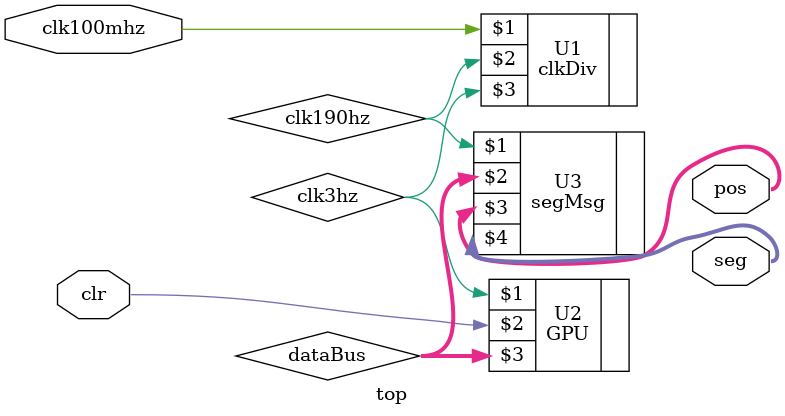
<source format=v>
`timescale 1ns / 1ps

module top(
    input clk100mhz,
    input clr,
    output [3:0]pos,
    output [7:0]seg
);

    wire clk190hz,clk3hz;
    wire [15:0]dataBus;

    clkDiv U1(clk100mhz,clk190hz,clk3hz);
    GPU    U2(clk3hz,clr,dataBus);
    segMsg U3(clk190hz,dataBus,pos,seg);

endmodule
</source>
